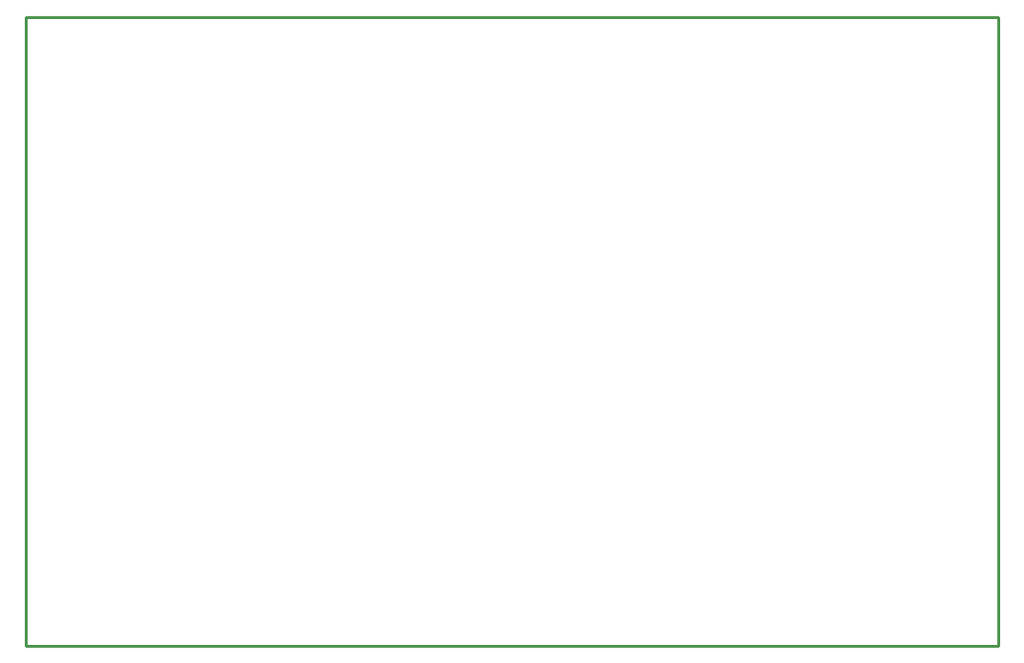
<source format=gko>
G04 ---------------------------- Layer name :KeepOutLayer*
G04 EasyEDA v5.8.22, Sun, 09 Dec 2018 14:58:16 GMT*
G04 d740bffd687a459e962a3d983056e966*
G04 Gerber Generator version 0.2*
G04 Scale: 100 percent, Rotated: No, Reflected: No *
G04 Dimensions in inches *
G04 leading zeros omitted , absolute positions ,2 integer and 4 decimal *
%FSLAX24Y24*%
%MOIN*%
G90*
G70D02*

%ADD10C,0.010000*%
G54D10*
G01X0Y22000D02*
G01X34000Y22000D01*
G01X34000Y0D01*
G01X0Y0D01*
G01X0Y22000D01*

%LPD*%
M00*
M02*

</source>
